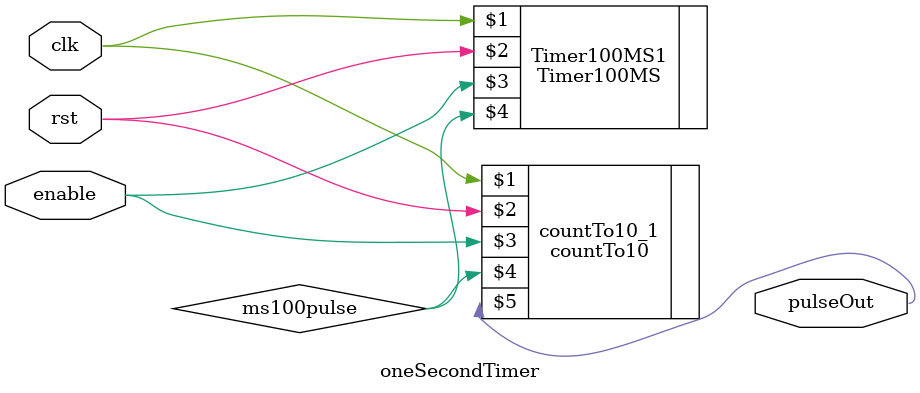
<source format=v>
module oneSecondTimer(clk, rst, enable, pulseOut);

	input clk, rst, enable;
	output pulseOut;
	wire ms100pulse;
	
	Timer100MS Timer100MS1(clk, rst, enable, ms100pulse);
	countTo10 countTo10_1(clk, rst, enable, ms100pulse, pulseOut);		

endmodule

</source>
